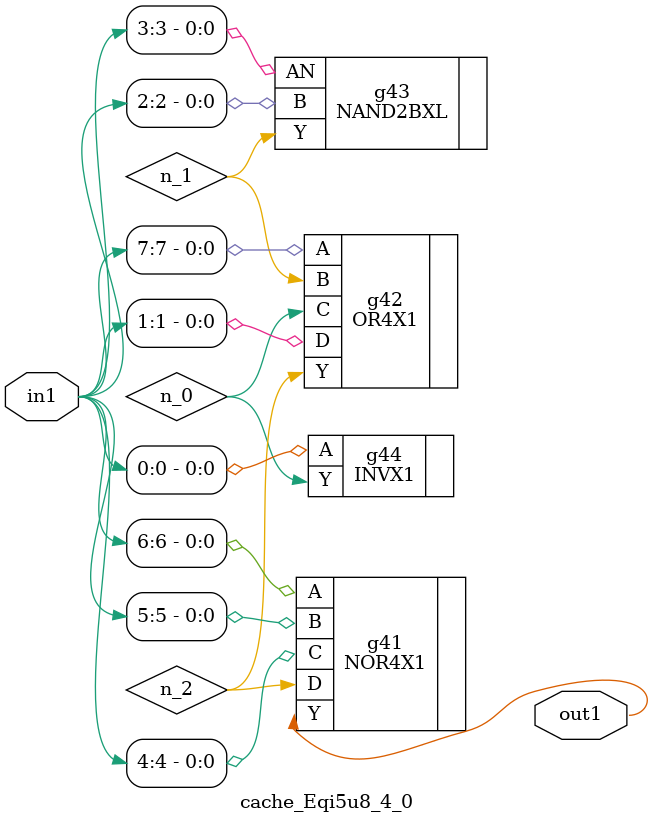
<source format=v>
`timescale 1ps / 1ps


module cache_Eqi5u8_4_0(in1, out1);
  input [7:0] in1;
  output out1;
  wire [7:0] in1;
  wire out1;
  wire n_0, n_1, n_2;
  NOR4X1 g41(.A (in1[6]), .B (in1[5]), .C (in1[4]), .D (n_2), .Y
       (out1));
  OR4X1 g42(.A (in1[7]), .B (n_1), .C (n_0), .D (in1[1]), .Y (n_2));
  NAND2BXL g43(.AN (in1[3]), .B (in1[2]), .Y (n_1));
  INVX1 g44(.A (in1[0]), .Y (n_0));
endmodule



</source>
